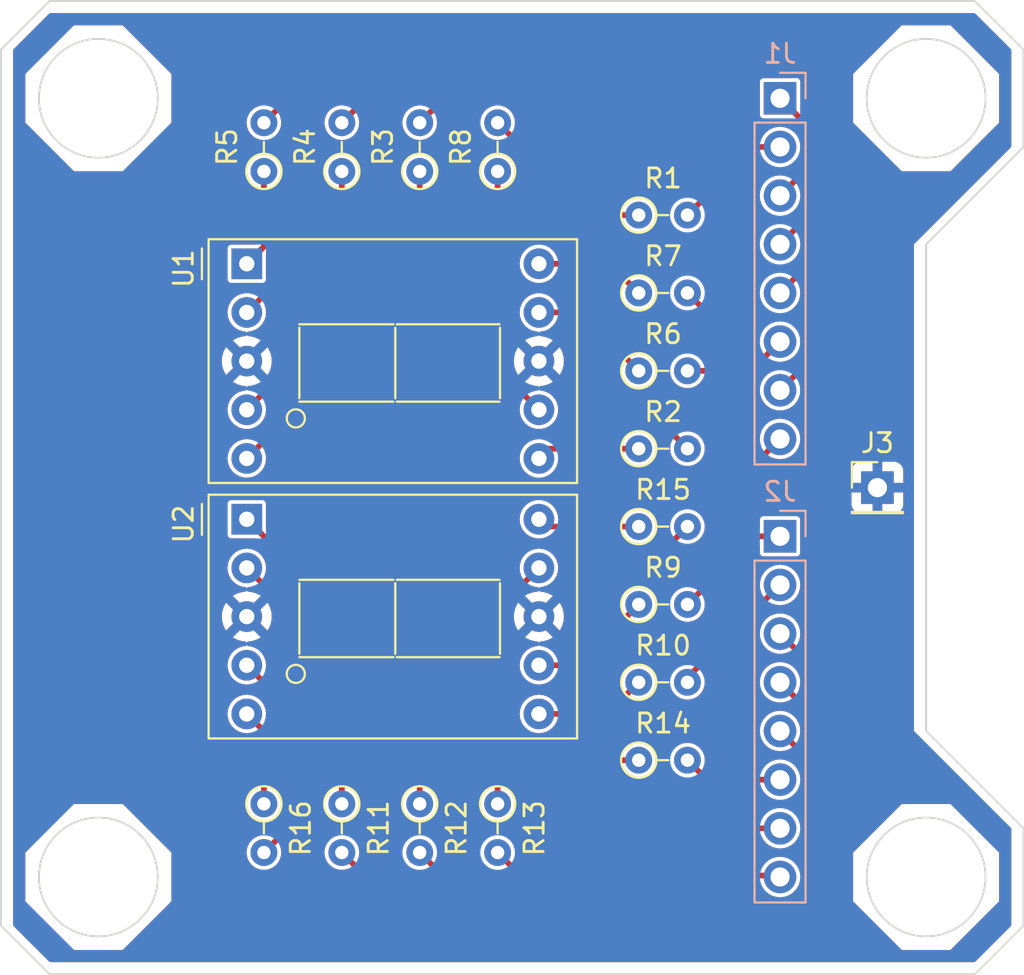
<source format=kicad_pcb>
(kicad_pcb (version 20221018) (generator pcbnew)
  (layers (0 "F.Cu" signal) (31 "B.Cu" signal) (34 "B.Paste" user) (35 "F.Paste" user) (36 "B.SilkS" user "B.Silkscreen") (37 "F.SilkS" user "F.Silkscreen") (38 "B.Mask" user) (39 "F.Mask" user) (44 "Edge.Cuts" user))
  (net 0 "")
  (net 1 "Net-(J1-Pin_5)")
  (net 2 "Net-(J1-Pin_4)")
  (net 3 "GND")
  (net 4 "Net-(J1-Pin_3)")
  (net 5 "Net-(J1-Pin_8)")
  (net 6 "Net-(J1-Pin_2)")
  (net 7 "Net-(J1-Pin_1)")
  (net 8 "Net-(J1-Pin_6)")
  (net 9 "Net-(J1-Pin_7)")
  (net 10 "Net-(U1-E)")
  (net 11 "Net-(U1-D)")
  (net 12 "Net-(U1-C)")
  (net 13 "Net-(U1-DP)")
  (net 14 "Net-(U1-B)")
  (net 15 "Net-(U1-A)")
  (net 16 "Net-(U1-F)")
  (net 17 "Net-(U1-G)")
  (net 18 "Net-(U2-E)")
  (net 19 "Net-(U2-D)")
  (net 20 "Net-(U2-C)")
  (net 21 "Net-(U2-DP)")
  (net 22 "Net-(U2-B)")
  (net 23 "Net-(U2-A)")
  (net 24 "Net-(U2-F)")
  (net 25 "Net-(U2-G)")
  (net 26 "Net-(J2-Pin_1)")
  (net 27 "Net-(J2-Pin_2)")
  (net 28 "Net-(J2-Pin_3)")
  (net 29 "Net-(J2-Pin_4)")
  (net 30 "Net-(J2-Pin_5)")
  (net 31 "Net-(J2-Pin_6)")
  (net 32 "Net-(J2-Pin_7)")
  (net 33 "Net-(J2-Pin_8)")
  (footprint "Resistor_THT:R_Axial_DIN0204_L3.6mm_D1.6mm_P2.54mm_Vertical" (layer "F.Cu") (at 134.62 113.025 -90)
    (fp_text reference "R11" (at 1.27 -1.92 90) (layer "F.SilkS"))
    (fp_text value "1k")
    (fp_line (start 0.92 0) (end 1.54 0) (stroke (width 0.12)) (layer "F.SilkS"))
    (fp_circle (center 0 0) (end 0.92 0) (stroke (width 0.12)) (fill none) (layer "F.SilkS"))
    (pad "1" thru_hole circle (at 0 0 270) (size 1.4 1.4) (drill 0.7) (layers "*.Cu" "*.Mask") (net 20 "Net-(U2-C)"))
    (pad "2" thru_hole oval (at 2.54 0 270) (size 1.4 1.4) (drill 0.7) (layers "*.Cu" "*.Mask") (net 28 "Net-(J2-Pin_3)"))
  )
  (footprint "Resistor_THT:R_Axial_DIN0204_L3.6mm_D1.6mm_P2.54mm_Vertical" (layer "F.Cu") (at 150.109 86.36)
    (fp_text reference "R7" (at 1.27 -1.92) (layer "F.SilkS"))
    (fp_text value "1k")
    (fp_line (start 0.92 0) (end 1.54 0) (stroke (width 0.12)) (layer "F.SilkS"))
    (fp_circle (center 0 0) (end 0.92 0) (stroke (width 0.12)) (fill none) (layer "F.SilkS"))
    (pad "1" thru_hole circle (at 0 0) (size 1.4 1.4) (drill 0.7) (layers "*.Cu" "*.Mask") (net 17 "Net-(U1-G)"))
    (pad "2" thru_hole oval (at 2.54 0) (size 1.4 1.4) (drill 0.7) (layers "*.Cu" "*.Mask") (net 9 "Net-(J1-Pin_7)"))
  )
  (footprint "Resistor_THT:R_Axial_DIN0204_L3.6mm_D1.6mm_P2.54mm_Vertical" (layer "F.Cu") (at 150.109 102.616)
    (fp_text reference "R9" (at 1.27 -1.92) (layer "F.SilkS"))
    (fp_text value "1k")
    (fp_line (start 0.92 0) (end 1.54 0) (stroke (width 0.12)) (layer "F.SilkS"))
    (fp_circle (center 0 0) (end 0.92 0) (stroke (width 0.12)) (fill none) (layer "F.SilkS"))
    (pad "1" thru_hole circle (at 0 0) (size 1.4 1.4) (drill 0.7) (layers "*.Cu" "*.Mask") (net 23 "Net-(U2-A)"))
    (pad "2" thru_hole oval (at 2.54 0) (size 1.4 1.4) (drill 0.7) (layers "*.Cu" "*.Mask") (net 26 "Net-(J2-Pin_1)"))
  )
  (footprint "Resistor_THT:R_Axial_DIN0204_L3.6mm_D1.6mm_P2.54mm_Vertical" (layer "F.Cu") (at 142.748 80.015 90)
    (fp_text reference "R8" (at 1.27 -1.92 90) (layer "F.SilkS"))
    (fp_text value "1k")
    (fp_line (start 0.92 0) (end 1.54 0) (stroke (width 0.12)) (layer "F.SilkS"))
    (fp_circle (center 0 0) (end 0.92 0) (stroke (width 0.12)) (fill none) (layer "F.SilkS"))
    (pad "1" thru_hole circle (at 0 0 90) (size 1.4 1.4) (drill 0.7) (layers "*.Cu" "*.Mask") (net 13 "Net-(U1-DP)"))
    (pad "2" thru_hole oval (at 2.54 0 90) (size 1.4 1.4) (drill 0.7) (layers "*.Cu" "*.Mask") (net 5 "Net-(J1-Pin_8)"))
  )
  (footprint "Resistor_THT:R_Axial_DIN0204_L3.6mm_D1.6mm_P2.54mm_Vertical" (layer "F.Cu") (at 142.748 113.025 -90)
    (fp_text reference "R13" (at 1.27 -1.92 90) (layer "F.SilkS"))
    (fp_text value "1k")
    (fp_line (start 0.92 0) (end 1.54 0) (stroke (width 0.12)) (layer "F.SilkS"))
    (fp_circle (center 0 0) (end 0.92 0) (stroke (width 0.12)) (fill none) (layer "F.SilkS"))
    (pad "1" thru_hole circle (at 0 0 270) (size 1.4 1.4) (drill 0.7) (layers "*.Cu" "*.Mask") (net 18 "Net-(U2-E)"))
    (pad "2" thru_hole oval (at 2.54 0 270) (size 1.4 1.4) (drill 0.7) (layers "*.Cu" "*.Mask") (net 30 "Net-(J2-Pin_5)"))
  )
  (footprint "Resistor_THT:R_Axial_DIN0204_L3.6mm_D1.6mm_P2.54mm_Vertical" (layer "F.Cu") (at 150.109 82.296)
    (fp_text reference "R1" (at 1.27 -1.92) (layer "F.SilkS"))
    (fp_text value "1k")
    (fp_line (start 0.92 0) (end 1.54 0) (stroke (width 0.12)) (layer "F.SilkS"))
    (fp_circle (center 0 0) (end 0.92 0) (stroke (width 0.12)) (fill none) (layer "F.SilkS"))
    (pad "1" thru_hole circle (at 0 0) (size 1.4 1.4) (drill 0.7) (layers "*.Cu" "*.Mask") (net 15 "Net-(U1-A)"))
    (pad "2" thru_hole oval (at 2.54 0) (size 1.4 1.4) (drill 0.7) (layers "*.Cu" "*.Mask") (net 7 "Net-(J1-Pin_1)"))
  )
  (footprint "Connector_PinHeader_2.54mm:PinHeader_1x01_P2.54mm_Vertical" (layer "F.Cu") (at 162.56 96.52)
    (fp_text reference "J3" (at 0 -2.33) (layer "F.SilkS"))
    (fp_text value "Conn_01x01")
    (fp_line (start -1.33 -1.33) (end 0 -1.33) (stroke (width 0.12)) (layer "F.SilkS"))
    (fp_line (start -1.33 0) (end -1.33 -1.33) (stroke (width 0.12)) (layer "F.SilkS"))
    (fp_line (start -1.33 1.27) (end -1.33 1.33) (stroke (width 0.12)) (layer "F.SilkS"))
    (fp_line (start -1.33 1.27) (end 1.33 1.27) (stroke (width 0.12)) (layer "F.SilkS"))
    (fp_line (start -1.33 1.33) (end 1.33 1.33) (stroke (width 0.12)) (layer "F.SilkS"))
    (fp_line (start 1.33 1.27) (end 1.33 1.33) (stroke (width 0.12)) (layer "F.SilkS"))
    (pad "1" thru_hole rect (at 0 0) (size 1.7 1.7) (drill 1) (layers "*.Cu" "*.Mask") (net 3 "GND"))
  )
  (footprint "Display_7Segment:D1X8K" (layer "F.Cu") (at 129.6625 98.171)
    (fp_text reference "U2" (at -3.2975 0.254 90) (layer "F.SilkS"))
    (fp_text value "D168K")
    (fp_line (start -2.34 -0.8) (end -2.34 0.81) (stroke (width 0.12)) (layer "F.SilkS"))
    (fp_line (start -1.99 -1.28) (end -1.99 11.44) (stroke (width 0.12)) (layer "F.SilkS"))
    (fp_line (start 2.7438 3.3372) (end 2.7438 7.0202) (stroke (width 0.12)) (layer "F.SilkS"))
    (fp_line (start 7.646 3.1594) (end 2.7438 3.1594) (stroke (width 0.12)) (layer "F.SilkS"))
    (fp_line (start 7.646 7.198) (end 2.7438 7.198) (stroke (width 0.12)) (layer "F.SilkS"))
    (fp_line (start 7.7476 3.3372) (end 7.7476 7.0202) (stroke (width 0.12)) (layer "F.SilkS"))
    (fp_line (start 13.1832 3.1594) (end 7.8238 3.1594) (stroke (width 0.12)) (layer "F.SilkS"))
    (fp_line (start 13.1832 7.198) (end 7.8238 7.198) (stroke (width 0.12)) (layer "F.SilkS"))
    (fp_line (start 13.2086 3.3372) (end 13.2086 7.0202) (stroke (width 0.12)) (layer "F.SilkS"))
    (fp_line (start 17.23 -1.28) (end -1.99 -1.28) (stroke (width 0.12)) (layer "F.SilkS"))
    (fp_line (start 17.23 -1.28) (end 17.23 11.44) (stroke (width 0.12)) (layer "F.SilkS"))
    (fp_line (start 17.23 11.44) (end -1.99 11.44) (stroke (width 0.12)) (layer "F.SilkS"))
    (fp_circle (center 2.557533 8.07) (end 2.836933 7.689) (stroke (width 0.12)) (fill none) (layer "F.SilkS"))
    (pad "1" thru_hole rect (at 0 0 270) (size 1.6 1.6) (drill 0.8) (layers "*.Cu" "*.Mask") (net 18 "Net-(U2-E)"))
    (pad "2" thru_hole circle (at 0 2.54 270) (size 1.6 1.6) (drill 0.8) (layers "*.Cu" "*.Mask") (net 19 "Net-(U2-D)"))
    (pad "3" thru_hole circle (at 0 5.08 270) (size 1.6 1.6) (drill 0.8) (layers "*.Cu" "*.Mask") (net 3 "GND"))
    (pad "4" thru_hole circle (at 0 7.62 270) (size 1.6 1.6) (drill 0.8) (layers "*.Cu" "*.Mask") (net 20 "Net-(U2-C)"))
    (pad "5" thru_hole circle (at 0 10.16 270) (size 1.6 1.6) (drill 0.8) (layers "*.Cu" "*.Mask") (net 21 "Net-(U2-DP)"))
    (pad "6" thru_hole circle (at 15.24 10.16 270) (size 1.6 1.6) (drill 0.8) (layers "*.Cu" "*.Mask") (net 22 "Net-(U2-B)"))
    (pad "7" thru_hole circle (at 15.24 7.62 270) (size 1.6 1.6) (drill 0.8) (layers "*.Cu" "*.Mask") (net 23 "Net-(U2-A)"))
    (pad "8" thru_hole circle (at 15.24 5.08 270) (size 1.6 1.6) (drill 0.8) (layers "*.Cu" "*.Mask") (net 3 "GND"))
    (pad "9" thru_hole circle (at 15.24 2.54 270) (size 1.6 1.6) (drill 0.8) (layers "*.Cu" "*.Mask") (net 24 "Net-(U2-F)"))
    (pad "10" thru_hole circle (at 15.24 0 270) (size 1.6 1.6) (drill 0.8) (layers "*.Cu" "*.Mask") (net 25 "Net-(U2-G)"))
  )
  (footprint "Resistor_THT:R_Axial_DIN0204_L3.6mm_D1.6mm_P2.54mm_Vertical" (layer "F.Cu") (at 150.109 98.552)
    (fp_text reference "R15" (at 1.27 -1.92) (layer "F.SilkS"))
    (fp_text value "1k")
    (fp_line (start 0.92 0) (end 1.54 0) (stroke (width 0.12)) (layer "F.SilkS"))
    (fp_circle (center 0 0) (end 0.92 0) (stroke (width 0.12)) (fill none) (layer "F.SilkS"))
    (pad "1" thru_hole circle (at 0 0) (size 1.4 1.4) (drill 0.7) (layers "*.Cu" "*.Mask") (net 25 "Net-(U2-G)"))
    (pad "2" thru_hole oval (at 2.54 0) (size 1.4 1.4) (drill 0.7) (layers "*.Cu" "*.Mask") (net 32 "Net-(J2-Pin_7)"))
  )
  (footprint "Resistor_THT:R_Axial_DIN0204_L3.6mm_D1.6mm_P2.54mm_Vertical" (layer "F.Cu") (at 150.109 94.488)
    (fp_text reference "R2" (at 1.27 -1.92) (layer "F.SilkS"))
    (fp_text value "1k")
    (fp_line (start 0.92 0) (end 1.54 0) (stroke (width 0.12)) (layer "F.SilkS"))
    (fp_circle (center 0 0) (end 0.92 0) (stroke (width 0.12)) (fill none) (layer "F.SilkS"))
    (pad "1" thru_hole circle (at 0 0) (size 1.4 1.4) (drill 0.7) (layers "*.Cu" "*.Mask") (net 14 "Net-(U1-B)"))
    (pad "2" thru_hole oval (at 2.54 0) (size 1.4 1.4) (drill 0.7) (layers "*.Cu" "*.Mask") (net 6 "Net-(J1-Pin_2)"))
  )
  (footprint "Resistor_THT:R_Axial_DIN0204_L3.6mm_D1.6mm_P2.54mm_Vertical" (layer "F.Cu") (at 130.556 113.025 -90)
    (fp_text reference "R16" (at 1.27 -1.92 90) (layer "F.SilkS"))
    (fp_text value "1k")
    (fp_line (start 0.92 0) (end 1.54 0) (stroke (width 0.12)) (layer "F.SilkS"))
    (fp_circle (center 0 0) (end 0.92 0) (stroke (width 0.12)) (fill none) (layer "F.SilkS"))
    (pad "1" thru_hole circle (at 0 0 270) (size 1.4 1.4) (drill 0.7) (layers "*.Cu" "*.Mask") (net 21 "Net-(U2-DP)"))
    (pad "2" thru_hole oval (at 2.54 0 270) (size 1.4 1.4) (drill 0.7) (layers "*.Cu" "*.Mask") (net 33 "Net-(J2-Pin_8)"))
  )
  (footprint "Resistor_THT:R_Axial_DIN0204_L3.6mm_D1.6mm_P2.54mm_Vertical" (layer "F.Cu") (at 130.556 80.015 90)
    (fp_text reference "R5" (at 1.27 -1.92 90) (layer "F.SilkS"))
    (fp_text value "1k")
    (fp_line (start 0.92 0) (end 1.54 0) (stroke (width 0.12)) (layer "F.SilkS"))
    (fp_circle (center 0 0) (end 0.92 0) (stroke (width 0.12)) (fill none) (layer "F.SilkS"))
    (pad "1" thru_hole circle (at 0 0 90) (size 1.4 1.4) (drill 0.7) (layers "*.Cu" "*.Mask") (net 10 "Net-(U1-E)"))
    (pad "2" thru_hole oval (at 2.54 0 90) (size 1.4 1.4) (drill 0.7) (layers "*.Cu" "*.Mask") (net 1 "Net-(J1-Pin_5)"))
  )
  (footprint "Display_7Segment:D1X8K" (layer "F.Cu") (at 129.6625 84.836)
    (fp_text reference "U1" (at -3.2975 0.254 90) (layer "F.SilkS"))
    (fp_text value "D168K")
    (fp_line (start -2.34 -0.8) (end -2.34 0.81) (stroke (width 0.12)) (layer "F.SilkS"))
    (fp_line (start -1.99 -1.28) (end -1.99 11.44) (stroke (width 0.12)) (layer "F.SilkS"))
    (fp_line (start 2.7438 3.3372) (end 2.7438 7.0202) (stroke (width 0.12)) (layer "F.SilkS"))
    (fp_line (start 7.646 3.1594) (end 2.7438 3.1594) (stroke (width 0.12)) (layer "F.SilkS"))
    (fp_line (start 7.646 7.198) (end 2.7438 7.198) (stroke (width 0.12)) (layer "F.SilkS"))
    (fp_line (start 7.7476 3.3372) (end 7.7476 7.0202) (stroke (width 0.12)) (layer "F.SilkS"))
    (fp_line (start 13.1832 3.1594) (end 7.8238 3.1594) (stroke (width 0.12)) (layer "F.SilkS"))
    (fp_line (start 13.1832 7.198) (end 7.8238 7.198) (stroke (width 0.12)) (layer "F.SilkS"))
    (fp_line (start 13.2086 3.3372) (end 13.2086 7.0202) (stroke (width 0.12)) (layer "F.SilkS"))
    (fp_line (start 17.23 -1.28) (end -1.99 -1.28) (stroke (width 0.12)) (layer "F.SilkS"))
    (fp_line (start 17.23 -1.28) (end 17.23 11.44) (stroke (width 0.12)) (layer "F.SilkS"))
    (fp_line (start 17.23 11.44) (end -1.99 11.44) (stroke (width 0.12)) (layer "F.SilkS"))
    (fp_circle (center 2.557533 8.07) (end 2.836933 7.689) (stroke (width 0.12)) (fill none) (layer "F.SilkS"))
    (pad "1" thru_hole rect (at 0 0 270) (size 1.6 1.6) (drill 0.8) (layers "*.Cu" "*.Mask") (net 10 "Net-(U1-E)"))
    (pad "2" thru_hole circle (at 0 2.54 270) (size 1.6 1.6) (drill 0.8) (layers "*.Cu" "*.Mask") (net 11 "Net-(U1-D)"))
    (pad "3" thru_hole circle (at 0 5.08 270) (size 1.6 1.6) (drill 0.8) (layers "*.Cu" "*.Mask") (net 3 "GND"))
    (pad "4" thru_hole circle (at 0 7.62 270) (size 1.6 1.6) (drill 0.8) (layers "*.Cu" "*.Mask") (net 12 "Net-(U1-C)"))
    (pad "5" thru_hole circle (at 0 10.16 270) (size 1.6 1.6) (drill 0.8) (layers "*.Cu" "*.Mask") (net 13 "Net-(U1-DP)"))
    (pad "6" thru_hole circle (at 15.24 10.16 270) (size 1.6 1.6) (drill 0.8) (layers "*.Cu" "*.Mask") (net 14 "Net-(U1-B)"))
    (pad "7" thru_hole circle (at 15.24 7.62 270) (size 1.6 1.6) (drill 0.8) (layers "*.Cu" "*.Mask") (net 15 "Net-(U1-A)"))
    (pad "8" thru_hole circle (at 15.24 5.08 270) (size 1.6 1.6) (drill 0.8) (layers "*.Cu" "*.Mask") (net 3 "GND"))
    (pad "9" thru_hole circle (at 15.24 2.54 270) (size 1.6 1.6) (drill 0.8) (layers "*.Cu" "*.Mask") (net 16 "Net-(U1-F)"))
    (pad "10" thru_hole circle (at 15.24 0 270) (size 1.6 1.6) (drill 0.8) (layers "*.Cu" "*.Mask") (net 17 "Net-(U1-G)"))
  )
  (footprint "Resistor_THT:R_Axial_DIN0204_L3.6mm_D1.6mm_P2.54mm_Vertical" (layer "F.Cu") (at 134.62 80.015 90)
    (fp_text reference "R4" (at 1.27 -1.92 90) (layer "F.SilkS"))
    (fp_text value "1k")
    (fp_line (start 0.92 0) (end 1.54 0) (stroke (width 0.12)) (layer "F.SilkS"))
    (fp_circle (center 0 0) (end 0.92 0) (stroke (width 0.12)) (fill none) (layer "F.SilkS"))
    (pad "1" thru_hole circle (at 0 0 90) (size 1.4 1.4) (drill 0.7) (layers "*.Cu" "*.Mask") (net 11 "Net-(U1-D)"))
    (pad "2" thru_hole oval (at 2.54 0 90) (size 1.4 1.4) (drill 0.7) (layers "*.Cu" "*.Mask") (net 2 "Net-(J1-Pin_4)"))
  )
  (footprint "Resistor_THT:R_Axial_DIN0204_L3.6mm_D1.6mm_P2.54mm_Vertical" (layer "F.Cu") (at 150.109 90.424)
    (fp_text reference "R6" (at 1.27 -1.92) (layer "F.SilkS"))
    (fp_text value "1k")
    (fp_line (start 0.92 0) (end 1.54 0) (stroke (width 0.12)) (layer "F.SilkS"))
    (fp_circle (center 0 0) (end 0.92 0) (stroke (width 0.12)) (fill none) (layer "F.SilkS"))
    (pad "1" thru_hole circle (at 0 0) (size 1.4 1.4) (drill 0.7) (layers "*.Cu" "*.Mask") (net 16 "Net-(U1-F)"))
    (pad "2" thru_hole oval (at 2.54 0) (size 1.4 1.4) (drill 0.7) (layers "*.Cu" "*.Mask") (net 8 "Net-(J1-Pin_6)"))
  )
  (footprint "Resistor_THT:R_Axial_DIN0204_L3.6mm_D1.6mm_P2.54mm_Vertical" (layer "F.Cu") (at 150.109 110.744)
    (fp_text reference "R14" (at 1.27 -1.92) (layer "F.SilkS"))
    (fp_text value "1k")
    (fp_line (start 0.92 0) (end 1.54 0) (stroke (width 0.12)) (layer "F.SilkS"))
    (fp_circle (center 0 0) (end 0.92 0) (stroke (width 0.12)) (fill none) (layer "F.SilkS"))
    (pad "1" thru_hole circle (at 0 0) (size 1.4 1.4) (drill 0.7) (layers "*.Cu" "*.Mask") (net 24 "Net-(U2-F)"))
    (pad "2" thru_hole oval (at 2.54 0) (size 1.4 1.4) (drill 0.7) (layers "*.Cu" "*.Mask") (net 31 "Net-(J2-Pin_6)"))
  )
  (footprint "Resistor_THT:R_Axial_DIN0204_L3.6mm_D1.6mm_P2.54mm_Vertical" (layer "F.Cu") (at 150.109 106.68)
    (fp_text reference "R10" (at 1.27 -1.92) (layer "F.SilkS"))
    (fp_text value "1k")
    (fp_line (start 0.92 0) (end 1.54 0) (stroke (width 0.12)) (layer "F.SilkS"))
    (fp_circle (center 0 0) (end 0.92 0) (stroke (width 0.12)) (fill none) (layer "F.SilkS"))
    (pad "1" thru_hole circle (at 0 0) (size 1.4 1.4) (drill 0.7) (layers "*.Cu" "*.Mask") (net 22 "Net-(U2-B)"))
    (pad "2" thru_hole oval (at 2.54 0) (size 1.4 1.4) (drill 0.7) (layers "*.Cu" "*.Mask") (net 27 "Net-(J2-Pin_2)"))
  )
  (footprint "Resistor_THT:R_Axial_DIN0204_L3.6mm_D1.6mm_P2.54mm_Vertical" (layer "F.Cu") (at 138.684 80.015 90)
    (fp_text reference "R3" (at 1.27 -1.92 90) (layer "F.SilkS"))
    (fp_text value "1k")
    (fp_line (start 0.92 0) (end 1.54 0) (stroke (width 0.12)) (layer "F.SilkS"))
    (fp_circle (center 0 0) (end 0.92 0) (stroke (width 0.12)) (fill none) (layer "F.SilkS"))
    (pad "1" thru_hole circle (at 0 0 90) (size 1.4 1.4) (drill 0.7) (layers "*.Cu" "*.Mask") (net 12 "Net-(U1-C)"))
    (pad "2" thru_hole oval (at 2.54 0 90) (size 1.4 1.4) (drill 0.7) (layers "*.Cu" "*.Mask") (net 4 "Net-(J1-Pin_3)"))
  )
  (footprint "Resistor_THT:R_Axial_DIN0204_L3.6mm_D1.6mm_P2.54mm_Vertical" (layer "F.Cu") (at 138.684 113.025 -90)
    (fp_text reference "R12" (at 1.27 -1.92 90) (layer "F.SilkS"))
    (fp_text value "1k")
    (fp_line (start 0.92 0) (end 1.54 0) (stroke (width 0.12)) (layer "F.SilkS"))
    (fp_circle (center 0 0) (end 0.92 0) (stroke (width 0.12)) (fill none) (layer "F.SilkS"))
    (pad "1" thru_hole circle (at 0 0 270) (size 1.4 1.4) (drill 0.7) (layers "*.Cu" "*.Mask") (net 19 "Net-(U2-D)"))
    (pad "2" thru_hole oval (at 2.54 0 270) (size 1.4 1.4) (drill 0.7) (layers "*.Cu" "*.Mask") (net 29 "Net-(J2-Pin_4)"))
  )
  (footprint "Connector_PinHeader_2.54mm:PinHeader_1x08_P2.54mm_Vertical" (layer "B.Cu") (at 157.48 76.2 180)
    (fp_text reference "J1" (at 0 2.33) (layer "B.SilkS") (effects (justify mirror)))
    (fp_text value "Conn_01x08" hide)
    (fp_line (start -1.33 -19.11) (end 1.33 -19.11) (stroke (width 0.12)) (layer "B.SilkS"))
    (fp_line (start -1.33 -1.27) (end -1.33 -19.11) (stroke (width 0.12)) (layer "B.SilkS"))
    (fp_line (start -1.33 -1.27) (end 1.33 -1.27) (stroke (width 0.12)) (layer "B.SilkS"))
    (fp_line (start -1.33 0) (end -1.33 1.33) (stroke (width 0.12)) (layer "B.SilkS"))
    (fp_line (start -1.33 1.33) (end 0 1.33) (stroke (width 0.12)) (layer "B.SilkS"))
    (fp_line (start 1.33 -1.27) (end 1.33 -19.11) (stroke (width 0.12)) (layer "B.SilkS"))
    (pad "1" thru_hole rect (at 0 0 180) (size 1.7 1.7) (drill 1) (layers "*.Cu" "*.Mask") (net 7 "Net-(J1-Pin_1)"))
    (pad "2" thru_hole oval (at 0 -2.54 180) (size 1.7 1.7) (drill 1) (layers "*.Cu" "*.Mask") (net 6 "Net-(J1-Pin_2)"))
    (pad "3" thru_hole oval (at 0 -5.08 180) (size 1.7 1.7) (drill 1) (layers "*.Cu" "*.Mask") (net 4 "Net-(J1-Pin_3)"))
    (pad "4" thru_hole oval (at 0 -7.62 180) (size 1.7 1.7) (drill 1) (layers "*.Cu" "*.Mask") (net 2 "Net-(J1-Pin_4)"))
    (pad "5" thru_hole oval (at 0 -10.16 180) (size 1.7 1.7) (drill 1) (layers "*.Cu" "*.Mask") (net 1 "Net-(J1-Pin_5)"))
    (pad "6" thru_hole oval (at 0 -12.7 180) (size 1.7 1.7) (drill 1) (layers "*.Cu" "*.Mask") (net 8 "Net-(J1-Pin_6)"))
    (pad "7" thru_hole oval (at 0 -15.24 180) (size 1.7 1.7) (drill 1) (layers "*.Cu" "*.Mask") (net 9 "Net-(J1-Pin_7)"))
    (pad "8" thru_hole oval (at 0 -17.78 180) (size 1.7 1.7) (drill 1) (layers "*.Cu" "*.Mask") (net 5 "Net-(J1-Pin_8)"))
  )
  (footprint "Connector_PinHeader_2.54mm:PinHeader_1x08_P2.54mm_Vertical" (layer "B.Cu") (at 157.48 99.06 180)
    (fp_text reference "J2" (at 0 2.33) (layer "B.SilkS") (effects (justify mirror)))
    (fp_text value "Conn_01x08" hide)
    (fp_line (start -1.33 -19.11) (end 1.33 -19.11) (stroke (width 0.12)) (layer "B.SilkS"))
    (fp_line (start -1.33 -1.27) (end -1.33 -19.11) (stroke (width 0.12)) (layer "B.SilkS"))
    (fp_line (start -1.33 -1.27) (end 1.33 -1.27) (stroke (width 0.12)) (layer "B.SilkS"))
    (fp_line (start -1.33 0) (end -1.33 1.33) (stroke (width 0.12)) (layer "B.SilkS"))
    (fp_line (start -1.33 1.33) (end 0 1.33) (stroke (width 0.12)) (layer "B.SilkS"))
    (fp_line (start 1.33 -1.27) (end 1.33 -19.11) (stroke (width 0.12)) (layer "B.SilkS"))
    (pad "1" thru_hole rect (at 0 0 180) (size 1.7 1.7) (drill 1) (layers "*.Cu" "*.Mask") (net 26 "Net-(J2-Pin_1)"))
    (pad "2" thru_hole oval (at 0 -2.54 180) (size 1.7 1.7) (drill 1) (layers "*.Cu" "*.Mask") (net 27 "Net-(J2-Pin_2)"))
    (pad "3" thru_hole oval (at 0 -5.08 180) (size 1.7 1.7) (drill 1) (layers "*.Cu" "*.Mask") (net 28 "Net-(J2-Pin_3)"))
    (pad "4" thru_hole oval (at 0 -7.62 180) (size 1.7 1.7) (drill 1) (layers "*.Cu" "*.Mask") (net 29 "Net-(J2-Pin_4)"))
    (pad "5" thru_hole oval (at 0 -10.16 180) (size 1.7 1.7) (drill 1) (layers "*.Cu" "*.Mask") (net 30 "Net-(J2-Pin_5)"))
    (pad "6" thru_hole oval (at 0 -12.7 180) (size 1.7 1.7) (drill 1) (layers "*.Cu" "*.Mask") (net 31 "Net-(J2-Pin_6)"))
    (pad "7" thru_hole oval (at 0 -15.24 180) (size 1.7 1.7) (drill 1) (layers "*.Cu" "*.Mask") (net 32 "Net-(J2-Pin_7)"))
    (pad "8" thru_hole oval (at 0 -17.78 180) (size 1.7 1.7) (drill 1) (layers "*.Cu" "*.Mask") (net 33 "Net-(J2-Pin_8)"))
  )
  (gr_circle (center 165.1 116.84) (end 168.2 116.84) (stroke (width 0.1)) (fill none) (layer "Edge.Cuts"))
  (gr_line (start 167.64 71.12) (end 119.38 71.12) (stroke (width 0.1)) (layer "Edge.Cuts"))
  (gr_line (start 170.18 78.74) (end 165.1 83.82) (stroke (width 0.1)) (layer "Edge.Cuts"))
  (gr_line (start 165.1 109.22) (end 165.1 83.82) (stroke (width 0.1)) (layer "Edge.Cuts"))
  (gr_line (start 170.18 114.3) (end 165.1 109.22) (stroke (width 0.1)) (layer "Edge.Cuts"))
  (gr_line (start 170.18 119.38) (end 170.18 114.3) (stroke (width 0.1)) (layer "Edge.Cuts"))
  (gr_line (start 116.84 73.66) (end 116.84 119.38) (stroke (width 0.1)) (layer "Edge.Cuts"))
  (gr_line (start 167.64 121.92) (end 119.38 121.92) (stroke (width 0.1)) (layer "Edge.Cuts"))
  (gr_circle (center 121.92 116.84) (end 125.02 116.84) (stroke (width 0.1)) (fill none) (layer "Edge.Cuts"))
  (gr_line (start 119.38 71.12) (end 116.84 73.66) (stroke (width 0.1)) (layer "Edge.Cuts"))
  (gr_line (start 116.84 119.38) (end 119.38 121.92) (stroke (width 0.1)) (layer "Edge.Cuts"))
  (gr_circle (center 165.1 76.2) (end 168.2 76.2) (stroke (width 0.1)) (fill none) (layer "Edge.Cuts"))
  (gr_line (start 167.64 121.92) (end 170.18 119.38) (stroke (width 0.1)) (layer "Edge.Cuts"))
  (gr_line (start 167.64 71.12) (end 170.18 73.66) (stroke (width 0.1)) (layer "Edge.Cuts"))
  (gr_circle (center 121.92 76.2) (end 125.02 76.2) (stroke (width 0.1)) (fill none) (layer "Edge.Cuts"))
  (gr_line (start 170.18 73.66) (end 170.18 78.74) (stroke (width 0.1)) (layer "Edge.Cuts"))
  (segment (start 135.379 72.652) (end 130.556 77.475) (width 0.3) (layer "F.Cu") (net 1))
  (segment (start 157.48 86.36) (end 160.18 83.66) (width 0.3) (layer "F.Cu") (net 1))
  (segment (start 157.746212 72.652) (end 135.379 72.652) (width 0.3) (layer "F.Cu") (net 1))
  (segment (start 160.18 75.085788) (end 157.746212 72.652) (width 0.3) (layer "F.Cu") (net 1))
  (segment (start 160.18 83.66) (end 160.18 75.085788) (width 0.3) (layer "F.Cu") (net 1))
  (segment (start 157.539106 73.152) (end 138.943 73.152) (width 0.3) (layer "F.Cu") (net 2))
  (segment (start 138.943 73.152) (end 134.62 77.475) (width 0.3) (layer "F.Cu") (net 2))
  (segment (start 157.48 83.82) (end 159.68 81.62) (width 0.3) (layer "F.Cu") (net 2))
  (segment (start 159.68 81.62) (end 159.68 75.292894) (width 0.3) (layer "F.Cu") (net 2))
  (segment (start 159.68 75.292894) (end 157.539106 73.152) (width 0.3) (layer "F.Cu") (net 2))
  (segment (start 157.34 73.66) (end 142.499 73.66) (width 0.3) (layer "F.Cu") (net 4))
  (segment (start 159.18 79.58) (end 159.18 75.5) (width 0.3) (layer "F.Cu") (net 4))
  (segment (start 159.18 75.5) (end 157.34 73.66) (width 0.3) (layer "F.Cu") (net 4))
  (segment (start 157.48 81.28) (end 159.18 79.58) (width 0.3) (layer "F.Cu") (net 4))
  (segment (start 142.499 73.66) (end 138.684 77.475) (width 0.3) (layer "F.Cu") (net 4))
  (segment (start 143.764 96.52) (end 142.24 94.996) (width 0.3) (layer "F.Cu") (net 5))
  (segment (start 157.48 93.98) (end 154.94 96.52) (width 0.3) (layer "F.Cu") (net 5))
  (segment (start 144.78 79.507) (end 142.748 77.475) (width 0.3) (layer "F.Cu") (net 5))
  (segment (start 144.78 81.28) (end 144.78 79.507) (width 0.3) (layer "F.Cu") (net 5))
  (segment (start 142.24 83.82) (end 144.78 81.28) (width 0.3) (layer "F.Cu") (net 5))
  (segment (start 154.94 96.52) (end 143.764 96.52) (width 0.3) (layer "F.Cu") (net 5))
  (segment (start 142.24 94.996) (end 142.24 83.82) (width 0.3) (layer "F.Cu") (net 5))
  (segment (start 154.507943 78.74) (end 157.48 78.74) (width 0.3) (layer "F.Cu") (net 6))
  (segment (start 152.649 94.488) (end 151.309 93.148) (width 0.3) (layer "F.Cu") (net 6))
  (segment (start 151.309 93.148) (end 151.309 81.938943) (width 0.3) (layer "F.Cu") (net 6))
  (segment (start 151.309 81.938943) (end 154.507943 78.74) (width 0.3) (layer "F.Cu") (net 6))
  (segment (start 158.68 79.237057) (end 158.68 77.4) (width 0.3) (layer "F.Cu") (net 7))
  (segment (start 152.649 82.296) (end 154.865 80.08) (width 0.3) (layer "F.Cu") (net 7))
  (segment (start 158.68 77.4) (end 157.48 76.2) (width 0.3) (layer "F.Cu") (net 7))
  (segment (start 157.837057 80.08) (end 158.68 79.237057) (width 0.3) (layer "F.Cu") (net 7))
  (segment (start 154.865 80.08) (end 157.837057 80.08) (width 0.3) (layer "F.Cu") (net 7))
  (segment (start 155.956 90.424) (end 157.48 88.9) (width 0.3) (layer "F.Cu") (net 8))
  (segment (start 152.649 90.424) (end 155.956 90.424) (width 0.3) (layer "F.Cu") (net 8))
  (segment (start 157.977057 87.7) (end 158.68 88.402943) (width 0.3) (layer "F.Cu") (net 9))
  (segment (start 158.68 88.402943) (end 158.68 90.24) (width 0.3) (layer "F.Cu") (net 9))
  (segment (start 153.989 87.7) (end 157.977057 87.7) (width 0.3) (layer "F.Cu") (net 9))
  (segment (start 152.649 86.36) (end 153.989 87.7) (width 0.3) (layer "F.Cu") (net 9))
  (segment (start 158.68 90.24) (end 157.48 91.44) (width 0.3) (layer "F.Cu") (net 9))
  (segment (start 130.556 80.015) (end 130.556 83.9425) (width 0.3) (layer "F.Cu") (net 10))
  (segment (start 130.556 83.9425) (end 129.6625 84.836) (width 0.3) (layer "F.Cu") (net 10))
  (segment (start 134.62 82.4185) (end 129.6625 87.376) (width 0.3) (layer "F.Cu") (net 11))
  (segment (start 134.62 80.015) (end 134.62 82.4185) (width 0.3) (layer "F.Cu") (net 11))
  (segment (start 138.684 83.4345) (end 129.6625 92.456) (width 0.3) (layer "F.Cu") (net 12))
  (segment (start 138.684 80.015) (end 138.684 83.4345) (width 0.3) (layer "F.Cu") (net 12))
  (segment (start 142.748 81.9105) (end 142.748 80.015) (width 0.3) (layer "F.Cu") (net 13))
  (segment (start 129.6625 94.996) (end 142.748 81.9105) (width 0.3) (layer "F.Cu") (net 13))
  (segment (start 144.9025 94.996) (end 145.4105 94.488) (width 0.3) (layer "F.Cu") (net 14))
  (segment (start 145.4105 94.488) (end 150.109 94.488) (width 0.3) (layer "F.Cu") (net 14))
  (segment (start 143.256 90.8095) (end 143.256 83.82) (width 0.3) (layer "F.Cu") (net 15))
  (segment (start 144.9025 92.456) (end 143.256 90.8095) (width 0.3) (layer "F.Cu") (net 15))
  (segment (start 144.78 82.296) (end 150.109 82.296) (width 0.3) (layer "F.Cu") (net 15))
  (segment (start 143.256 83.82) (end 144.78 82.296) (width 0.3) (layer "F.Cu") (net 15))
  (segment (start 144.9025 87.376) (end 147.061 87.376) (width 0.3) (layer "F.Cu") (net 16))
  (segment (start 147.061 87.376) (end 150.109 90.424) (width 0.3) (layer "F.Cu") (net 16))
  (segment (start 144.9025 84.836) (end 148.585 84.836) (width 0.3) (layer "F.Cu") (net 17))
  (segment (start 148.585 84.836) (end 150.109 86.36) (width 0.3) (layer "F.Cu") (net 17))
  (segment (start 142.748 111.2565) (end 129.6625 98.171) (width 0.3) (layer "F.Cu") (net 18))
  (segment (start 142.748 113.025) (end 142.748 111.2565) (width 0.3) (layer "F.Cu") (net 18))
  (segment (start 138.684 109.7325) (end 129.6625 100.711) (width 0.3) (layer "F.Cu") (net 19))
  (segment (start 138.684 113.025) (end 138.684 109.7325) (width 0.3) (layer "F.Cu") (net 19))
  (segment (start 134.62 113.025) (end 134.62 110.7485) (width 0.3) (layer "F.Cu") (net 20))
  (segment (start 134.62 110.7485) (end 129.6625 105.791) (width 0.3) (layer "F.Cu") (net 20))
  (segment (start 130.556 113.025) (end 130.556 109.2245) (width 0.3) (layer "F.Cu") (net 21))
  (segment (start 130.556 109.2245) (end 129.6625 108.331) (width 0.3) (layer "F.Cu") (net 21))
  (segment (start 148.458 108.331) (end 150.109 106.68) (width 0.3) (layer "F.Cu") (net 22))
  (segment (start 144.9025 108.331) (end 148.458 108.331) (width 0.3) (layer "F.Cu") (net 22))
  (segment (start 146.934 105.791) (end 150.109 102.616) (width 0.3) (layer "F.Cu") (net 23))
  (segment (start 144.9025 105.791) (end 146.934 105.791) (width 0.3) (layer "F.Cu") (net 23))
  (segment (start 144.78 110.744) (end 150.109 110.744) (width 0.3) (layer "F.Cu") (net 24))
  (segment (start 144.9025 100.711) (end 143.256 102.3575) (width 0.3) (layer "F.Cu") (net 24))
  (segment (start 143.256 109.22) (end 144.78 110.744) (width 0.3) (layer "F.Cu") (net 24))
  (segment (start 143.256 102.3575) (end 143.256 109.22) (width 0.3) (layer "F.Cu") (net 24))
  (segment (start 145.2835 98.552) (end 144.9025 98.171) (width 0.3) (layer "F.Cu") (net 25))
  (segment (start 150.109 98.552) (end 145.2835 98.552) (width 0.3) (layer "F.Cu") (net 25))
  (segment (start 157.48 99.06) (end 156.205 99.06) (width 0.3) (layer "F.Cu") (net 26))
  (segment (start 156.205 99.06) (end 152.649 102.616) (width 0.3) (layer "F.Cu") (net 26))
  (segment (start 152.649 106.431) (end 152.649 106.68) (width 0.3) (layer "F.Cu") (net 27))
  (segment (start 157.48 101.6) (end 152.649 106.431) (width 0.3) (layer "F.Cu") (net 27))
  (segment (start 160.02 106.68) (end 160.02 117.411269) (width 0.3) (layer "F.Cu") (net 28))
  (segment (start 157.48 104.14) (end 160.02 106.68) (width 0.3) (layer "F.Cu") (net 28))
  (segment (start 158.051269 119.38) (end 138.435 119.38) (width 0.3) (layer "F.Cu") (net 28))
  (segment (start 160.02 117.411269) (end 158.051269 119.38) (width 0.3) (layer "F.Cu") (net 28))
  (segment (start 138.435 119.38) (end 134.62 115.565) (width 0.3) (layer "F.Cu") (net 28))
  (segment (start 141.983 118.864) (end 138.684 115.565) (width 0.3) (layer "F.Cu") (net 29))
  (segment (start 157.860163 118.864) (end 141.983 118.864) (width 0.3) (layer "F.Cu") (net 29))
  (segment (start 157.48 106.68) (end 159.512 108.712) (width 0.3) (layer "F.Cu") (net 29))
  (segment (start 159.512 117.212163) (end 157.860163 118.864) (width 0.3) (layer "F.Cu") (net 29))
  (segment (start 159.512 108.712) (end 159.512 117.212163) (width 0.3) (layer "F.Cu") (net 29))
  (segment (start 157.653057 118.364) (end 145.547 118.364) (width 0.3) (layer "F.Cu") (net 30))
  (segment (start 159.004 117.013057) (end 157.653057 118.364) (width 0.3) (layer "F.Cu") (net 30))
  (segment (start 145.547 118.364) (end 142.748 115.565) (width 0.3) (layer "F.Cu") (net 30))
  (segment (start 157.48 109.22) (end 159.004 110.744) (width 0.3) (layer "F.Cu") (net 30))
  (segment (start 159.004 110.744) (end 159.004 117.013057) (width 0.3) (layer "F.Cu") (net 30))
  (segment (start 153.665 111.76) (end 152.649 110.744) (width 0.3) (layer "F.Cu") (net 31))
  (segment (start 157.48 111.76) (end 153.665 111.76) (width 0.3) (layer "F.Cu") (net 31))
  (segment (start 151.384 112.776) (end 151.384 99.817) (width 0.3) (layer "F.Cu") (net 32))
  (segment (start 152.908 114.3) (end 151.384 112.776) (width 0.3) (layer "F.Cu") (net 32))
  (segment (start 151.384 99.817) (end 152.649 98.552) (width 0.3) (layer "F.Cu") (net 32))
  (segment (start 157.48 114.3) (end 152.908 114.3) (width 0.3) (layer "F.Cu") (net 32))
  (segment (start 147.245 116.765) (end 144.78 114.3) (width 0.3) (layer "F.Cu") (net 33))
  (segment (start 157.48 116.84) (end 157.405 116.765) (width 0.3) (layer "F.Cu") (net 33))
  (segment (start 157.405 116.765) (end 147.245 116.765) (width 0.3) (layer "F.Cu") (net 33))
  (segment (start 131.821 114.3) (end 130.556 115.565) (width 0.3) (layer "F.Cu") (net 33))
  (segment (start 144.78 114.3) (end 131.821 114.3) (width 0.3) (layer "F.Cu") (net 33))
  (zone (net 3) (net_name "GND") (layer "F.Cu") (priority 1) (connect_pads (clearance 0.2)) (min_thickness 0.25) (fill yes (thermal_gap 0.5) (thermal_bridge_width 0.5))
    (polygon (pts (xy 169.545 78.74) (xy 169.545 73.66) (xy 167.64 71.755) (xy 119.38 71.755) (xy 117.475 73.66) (xy 117.475 119.38) (xy 119.38 121.285) (xy 167.64 121.285) (xy 169.545 119.38) (xy 169.545 114.3) (xy 164.465 109.22) (xy 164.465 83.82)))
  )
  (zone (net 0) (net_name "") (layers "F&B.Cu") (connect_pads (clearance 0)) (min_thickness 0.25)
    (keepout (tracks allowed) (vias allowed) (pads allowed) (copperpour not_allowed) (footprints allowed))
    (fill (thermal_gap 0.5) (thermal_bridge_width 0.5))
    (polygon (pts (xy 166.37 120.65) (xy 168.91 118.11) (xy 168.91 115.57) (xy 166.37 113.03) (xy 163.83 113.03) (xy 161.29 115.57) (xy 161.29 118.11) (xy 163.83 120.65)))
  )
  (zone (net 0) (net_name "") (layers "F&B.Cu") (connect_pads (clearance 0)) (min_thickness 0.25)
    (keepout (tracks allowed) (vias allowed) (pads allowed) (copperpour not_allowed) (footprints allowed))
    (fill (thermal_gap 0.5) (thermal_bridge_width 0.5))
    (polygon (pts (xy 166.37 80.01) (xy 168.91 77.47) (xy 168.91 74.93) (xy 166.37 72.39) (xy 163.83 72.39) (xy 161.29 74.93) (xy 161.29 77.47) (xy 163.83 80.01)))
  )
  (zone (net 0) (net_name "") (layers "F&B.Cu") (connect_pads (clearance 0)) (min_thickness 0.25)
    (keepout (tracks allowed) (vias allowed) (pads allowed) (copperpour not_allowed) (footprints allowed))
    (fill (thermal_gap 0.5) (thermal_bridge_width 0.5))
    (polygon (pts (xy 123.19 120.65) (xy 125.73 118.11) (xy 125.73 115.57) (xy 123.19 113.03) (xy 120.65 113.03) (xy 118.11 115.57) (xy 118.11 118.11) (xy 120.65 120.65)))
  )
  (zone (net 0) (net_name "") (layers "F&B.Cu") (connect_pads (clearance 0)) (min_thickness 0.25)
    (keepout (tracks allowed) (vias allowed) (pads allowed) (copperpour not_allowed) (footprints allowed))
    (fill (thermal_gap 0.5) (thermal_bridge_width 0.5))
    (polygon (pts (xy 123.19 80.01) (xy 125.73 77.47) (xy 125.73 74.93) (xy 123.19 72.39) (xy 120.65 72.39) (xy 118.11 74.93) (xy 118.11 77.47) (xy 120.65 80.01)))
  )
  (zone (net 3) (net_name "GND") (layer "B.Cu") (connect_pads (clearance 0.2)) (min_thickness 0.25) (fill yes (thermal_gap 0.5) (thermal_bridge_width 0.5))
    (polygon (pts (xy 169.545 78.74) (xy 164.465 83.82) (xy 164.465 109.22) (xy 169.545 114.3) (xy 169.545 119.38) (xy 167.64 121.285) (xy 119.38 121.285) (xy 117.475 119.38) (xy 117.475 73.66) (xy 119.38 71.755) (xy 167.64 71.755) (xy 169.545 73.66)))
  )
)
</source>
